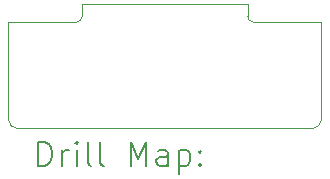
<source format=gbr>
%TF.GenerationSoftware,KiCad,Pcbnew,(6.0.7)*%
%TF.CreationDate,2022-10-27T11:41:27+02:00*%
%TF.ProjectId,FPS_AL,4650535f-414c-42e6-9b69-6361645f7063,rev?*%
%TF.SameCoordinates,Original*%
%TF.FileFunction,Drillmap*%
%TF.FilePolarity,Positive*%
%FSLAX45Y45*%
G04 Gerber Fmt 4.5, Leading zero omitted, Abs format (unit mm)*
G04 Created by KiCad (PCBNEW (6.0.7)) date 2022-10-27 11:41:27*
%MOMM*%
%LPD*%
G01*
G04 APERTURE LIST*
%ADD10C,0.100000*%
%ADD11C,0.200000*%
G04 APERTURE END LIST*
D10*
X9005000Y-6025000D02*
X9005000Y-6125000D01*
X8380000Y-7000000D02*
X8380000Y-6175000D01*
X10405000Y-6125000D02*
G75*
G03*
X10455000Y-6175000I50000J0D01*
G01*
X10405000Y-6125000D02*
X10405000Y-6025000D01*
X10955000Y-7075000D02*
X8455000Y-7075000D01*
X8380000Y-7000000D02*
G75*
G03*
X8455000Y-7075000I75000J0D01*
G01*
X8955000Y-6175000D02*
X8380000Y-6175000D01*
X10405000Y-6025000D02*
X9005000Y-6025000D01*
X10955000Y-7075000D02*
G75*
G03*
X11030000Y-7000000I0J75000D01*
G01*
X11030000Y-7000000D02*
X11030000Y-6175000D01*
X8955000Y-6175000D02*
G75*
G03*
X9005000Y-6125000I0J50000D01*
G01*
X10455000Y-6175000D02*
X11030000Y-6175000D01*
D11*
X8632619Y-7390476D02*
X8632619Y-7190476D01*
X8680238Y-7190476D01*
X8708810Y-7200000D01*
X8727857Y-7219048D01*
X8737381Y-7238095D01*
X8746905Y-7276190D01*
X8746905Y-7304762D01*
X8737381Y-7342857D01*
X8727857Y-7361905D01*
X8708810Y-7380952D01*
X8680238Y-7390476D01*
X8632619Y-7390476D01*
X8832619Y-7390476D02*
X8832619Y-7257143D01*
X8832619Y-7295238D02*
X8842143Y-7276190D01*
X8851667Y-7266667D01*
X8870714Y-7257143D01*
X8889762Y-7257143D01*
X8956429Y-7390476D02*
X8956429Y-7257143D01*
X8956429Y-7190476D02*
X8946905Y-7200000D01*
X8956429Y-7209524D01*
X8965952Y-7200000D01*
X8956429Y-7190476D01*
X8956429Y-7209524D01*
X9080238Y-7390476D02*
X9061190Y-7380952D01*
X9051667Y-7361905D01*
X9051667Y-7190476D01*
X9185000Y-7390476D02*
X9165952Y-7380952D01*
X9156429Y-7361905D01*
X9156429Y-7190476D01*
X9413571Y-7390476D02*
X9413571Y-7190476D01*
X9480238Y-7333333D01*
X9546905Y-7190476D01*
X9546905Y-7390476D01*
X9727857Y-7390476D02*
X9727857Y-7285714D01*
X9718333Y-7266667D01*
X9699286Y-7257143D01*
X9661190Y-7257143D01*
X9642143Y-7266667D01*
X9727857Y-7380952D02*
X9708810Y-7390476D01*
X9661190Y-7390476D01*
X9642143Y-7380952D01*
X9632619Y-7361905D01*
X9632619Y-7342857D01*
X9642143Y-7323809D01*
X9661190Y-7314286D01*
X9708810Y-7314286D01*
X9727857Y-7304762D01*
X9823095Y-7257143D02*
X9823095Y-7457143D01*
X9823095Y-7266667D02*
X9842143Y-7257143D01*
X9880238Y-7257143D01*
X9899286Y-7266667D01*
X9908810Y-7276190D01*
X9918333Y-7295238D01*
X9918333Y-7352381D01*
X9908810Y-7371428D01*
X9899286Y-7380952D01*
X9880238Y-7390476D01*
X9842143Y-7390476D01*
X9823095Y-7380952D01*
X10004048Y-7371428D02*
X10013571Y-7380952D01*
X10004048Y-7390476D01*
X9994524Y-7380952D01*
X10004048Y-7371428D01*
X10004048Y-7390476D01*
X10004048Y-7266667D02*
X10013571Y-7276190D01*
X10004048Y-7285714D01*
X9994524Y-7276190D01*
X10004048Y-7266667D01*
X10004048Y-7285714D01*
M02*

</source>
